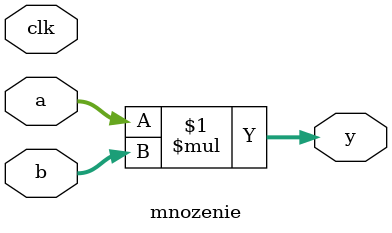
<source format=v>
`timescale 1ns / 1ps


module mnozenie(
//input ports
input [8:0]a,
input [8:0]b,
input clk,
//output ports
output [16:0]y
);

assign y=a*b;

endmodule

</source>
